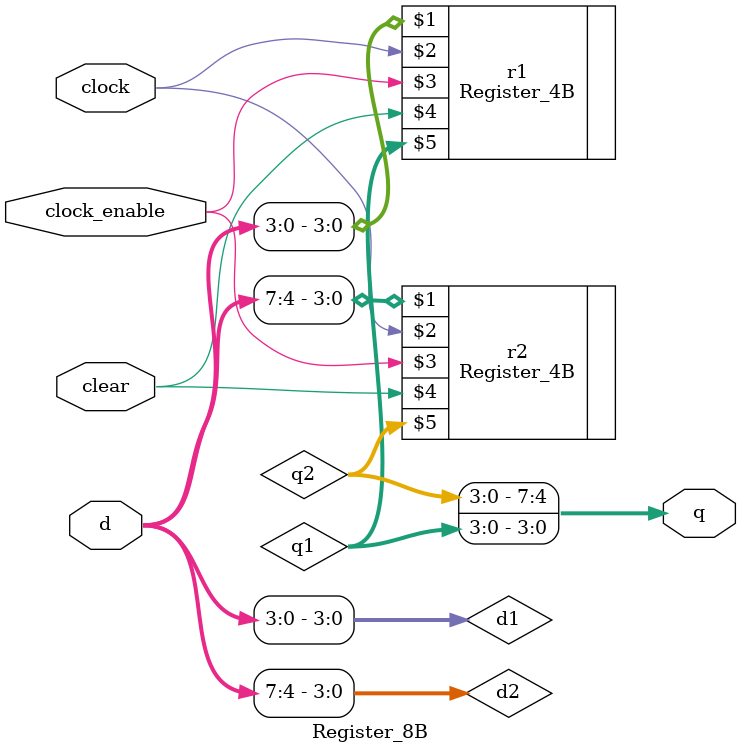
<source format=v>
`include "Register_4B.v"
module Register_8B (d, clock, clock_enable, clear, q);
    input[7:0] d;
    input clock, clock_enable, clear;
    output[7:0] q;

    wire[3:0] d1, d2, q1, q2;

    assign d1[0] = d[0];
    assign d1[1] = d[1];
    assign d1[2] = d[2];
    assign d1[3] = d[3];
    assign d2[0] = d[4];
    assign d2[1] = d[5];
    assign d2[2] = d[6];
    assign d2[3] = d[7];

    Register_4B r1(d1, clock, clock_enable, clear, q1);
    Register_4B r2(d2, clock, clock_enable, clear, q2);

    assign q[0] = q1[0];
    assign q[1] = q1[1];
    assign q[2] = q1[2];
    assign q[3] = q1[3];
    assign q[4] = q2[0];
    assign q[5] = q2[1];
    assign q[6] = q2[2];
    assign q[7] = q2[3];
    
    
endmodule
</source>
